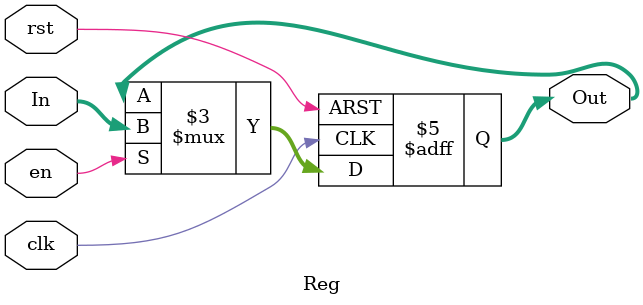
<source format=v>
module Display(
    rst, clk, valid, Scan_data,
    seg1, seg2, seg3, seg4, seg5, seg6, seg7, seg8,
    Out_en);
    input rst, clk;
    input valid;
    input [11:0] Scan_data;

    output [6:0] seg1, seg2, seg3, seg4;
    output [6:0] seg5, seg6, seg7, seg8;
    output Out_en;

    reg [6:0] seg_reg [7:0];
    reg [11:0] buffer;
    reg [2:0] addr;

    always@(posedge valid) begin
        buffer <= Scan_data;
        if(buffer[11]) addr <= addr + 1; // when press #
    end
    assign Out_en = buffer[10]; // when press *

    always@(posedge clk or negedge rst) begin
        if(!rst) begin
            addr <= 3'b0;
            buffer <= 12'b0;
            seg_reg[0] <= 7'b0;
            seg_reg[1] <= 7'b0;
            seg_reg[2] <= 7'b0;
            seg_reg[3] <= 7'b0;
            seg_reg[4] <= 7'b0;
            seg_reg[5] <= 7'b0;
            seg_reg[6] <= 7'b0;
            seg_reg[7] <= 7'b0;
            seg_reg[8] <= 7'b0;
        end
        else if (buffer[0] || buffer[1] || buffer[2] || buffer[3] || buffer[4] || buffer[5] 
        || buffer[6] || buffer[7] || buffer[8] || buffer[9])begin
            seg_reg[addr][0] <= buffer[1] || buffer[2] || buffer[4] || buffer[5] || buffer[6] || buffer[7] || buffer[8] || buffer[9];
            seg_reg[addr][1] <= buffer[0] || buffer[1] || buffer[2] || buffer[3] || buffer[6] || buffer[7] || buffer[8] || buffer[9];
            seg_reg[addr][2] <= buffer[0] || buffer[2] || buffer[3] || buffer[4] || buffer[5] || buffer[6] || buffer[7] || buffer[8] || buffer[9];
            seg_reg[addr][3] <= buffer[1] || buffer[2] || buffer[4] || buffer[5] || buffer[7] || buffer[8] || buffer[9];
            seg_reg[addr][4] <= buffer[1] || buffer[5] || buffer[7] || buffer[9];
            seg_reg[addr][5] <= buffer[3] || buffer[4] || buffer[5] || buffer[6] || buffer[7] || buffer[8] || buffer[9];
            seg_reg[addr][6] <= buffer[1] || buffer[2] || buffer[3] || buffer[4] || buffer[5] || buffer[7] || buffer[8];
        end
    end

    assign seg1 = seg_reg[0];
    assign seg2 = seg_reg[1];
    assign seg3 = seg_reg[2];
    assign seg4 = seg_reg[3];
    assign seg5 = seg_reg[4];
    assign seg6 = seg_reg[5];
    assign seg7 = seg_reg[6];
    assign seg8 = seg_reg[7];
endmodule

module Reg(en, rst, clk, In, Out);
    input en, rst, clk;
    input [6:0] In;
    output [6:0] Out;

    reg [6:0] Out;
    always@(posedge clk or negedge rst) begin
        if(!rst) Out <= 7'b0;
        else if (en) begin
            Out <= In;
        end
    end
endmodule

</source>
